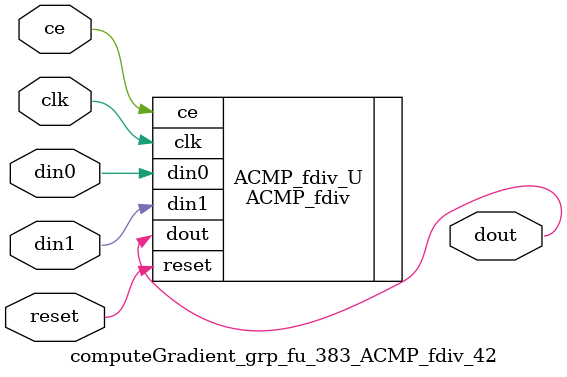
<source format=v>

`timescale 1 ns / 1 ps
module computeGradient_grp_fu_383_ACMP_fdiv_42(
    clk,
    reset,
    ce,
    din0,
    din1,
    dout);

parameter ID = 32'd1;
parameter NUM_STAGE = 32'd1;
parameter din0_WIDTH = 32'd1;
parameter din1_WIDTH = 32'd1;
parameter dout_WIDTH = 32'd1;
input clk;
input reset;
input ce;
input[din0_WIDTH - 1:0] din0;
input[din1_WIDTH - 1:0] din1;
output[dout_WIDTH - 1:0] dout;



ACMP_fdiv #(
.ID( ID ),
.NUM_STAGE( 10 ),
.din0_WIDTH( din0_WIDTH ),
.din1_WIDTH( din1_WIDTH ),
.dout_WIDTH( dout_WIDTH ))
ACMP_fdiv_U(
    .clk( clk ),
    .reset( reset ),
    .ce( ce ),
    .din0( din0 ),
    .din1( din1 ),
    .dout( dout ));

endmodule

</source>
